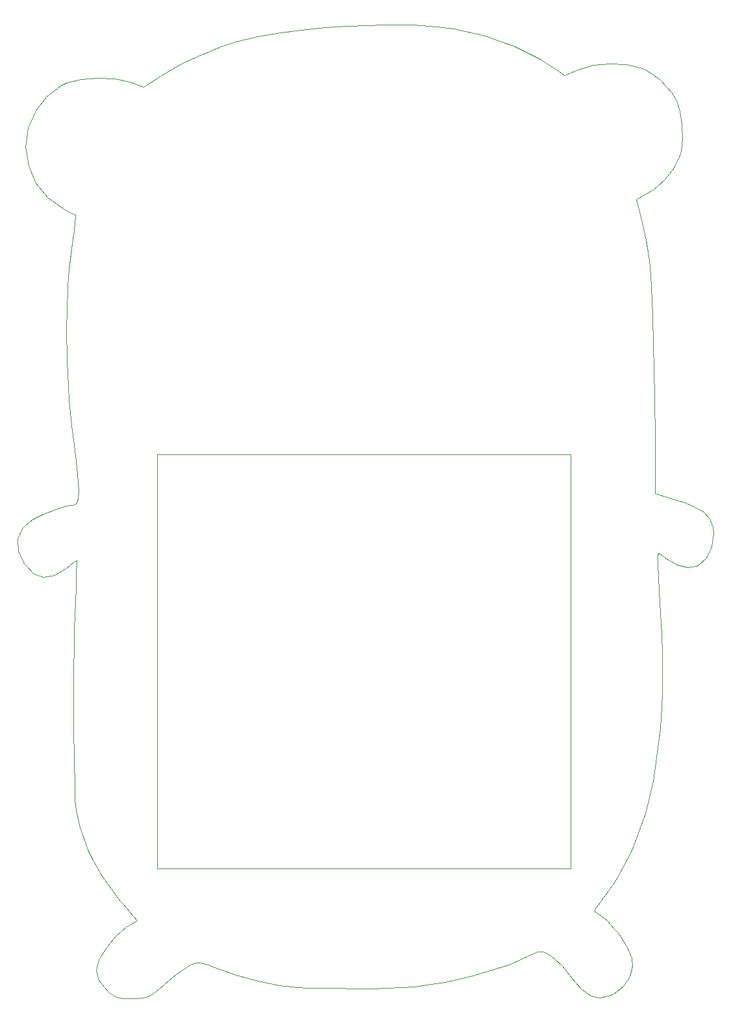
<source format=gbr>
G04 #@! TF.GenerationSoftware,KiCad,Pcbnew,(5.1.2)-1*
G04 #@! TF.CreationDate,2023-11-06T09:23:23+09:00*
G04 #@! TF.ProjectId,gopher_m5stack,676f7068-6572-45f6-9d35-737461636b2e,rev?*
G04 #@! TF.SameCoordinates,Original*
G04 #@! TF.FileFunction,Profile,NP*
%FSLAX46Y46*%
G04 Gerber Fmt 4.6, Leading zero omitted, Abs format (unit mm)*
G04 Created by KiCad (PCBNEW (5.1.2)-1) date 2023-11-06 09:23:23*
%MOMM*%
%LPD*%
G04 APERTURE LIST*
%ADD10C,0.050000*%
%ADD11C,0.120000*%
G04 APERTURE END LIST*
D10*
X154825700Y-75374500D02*
X154393900Y-75615800D01*
X155638500Y-74930000D02*
X154825700Y-75374500D01*
X156629100Y-74333100D02*
X155638500Y-74930000D01*
X157086300Y-73914000D02*
X156629100Y-74333100D01*
X158115000Y-72974200D02*
X157086300Y-73914000D01*
X159308800Y-71437500D02*
X158115000Y-72974200D01*
X160083500Y-69850000D02*
X159308800Y-71437500D01*
X160223200Y-69380100D02*
X160083500Y-69850000D01*
X160388300Y-67716400D02*
X160223200Y-69380100D01*
X160337500Y-65874900D02*
X160388300Y-67716400D01*
X160083500Y-64084200D02*
X160337500Y-65874900D01*
X159651700Y-62725300D02*
X160083500Y-64084200D01*
X159029400Y-61709300D02*
X159651700Y-62725300D01*
X157505400Y-60032900D02*
X159029400Y-61709300D01*
X155575000Y-58699400D02*
X157505400Y-60032900D01*
X154876500Y-58394600D02*
X155575000Y-58699400D01*
X153022300Y-57988200D02*
X154876500Y-58394600D01*
X150901400Y-57912000D02*
X153022300Y-57988200D01*
X148755100Y-58127900D02*
X150901400Y-57912000D01*
X147980400Y-58343800D02*
X148755100Y-58127900D01*
X146646900Y-58737500D02*
X147980400Y-58343800D01*
X144983200Y-59410600D02*
X146646900Y-58737500D01*
X144678400Y-59182000D02*
X144983200Y-59410600D01*
X143967200Y-58686700D02*
X144678400Y-59182000D01*
X143179800Y-58153300D02*
X143967200Y-58686700D01*
X141859000Y-57327800D02*
X143179800Y-58153300D01*
X138531600Y-55664100D02*
X141859000Y-57327800D01*
X136525000Y-54940200D02*
X138531600Y-55664100D01*
X134708900Y-54305200D02*
X136525000Y-54940200D01*
X130581400Y-53327300D02*
X134708900Y-54305200D01*
X128422400Y-53086000D02*
X130581400Y-53327300D01*
X126415800Y-52920900D02*
X128422400Y-53086000D01*
X125272800Y-52882800D02*
X126415800Y-52920900D01*
X123723400Y-52844700D02*
X125272800Y-52882800D01*
X121272300Y-52857400D02*
X123723400Y-52844700D01*
X119354600Y-52895500D02*
X121272300Y-52857400D01*
X116763800Y-53009800D02*
X119354600Y-52895500D01*
X113817400Y-53213000D02*
X116763800Y-53009800D01*
X110756700Y-53517800D02*
X113817400Y-53213000D01*
X107543600Y-53924200D02*
X110756700Y-53517800D01*
X105041700Y-54343300D02*
X107543600Y-53924200D01*
X102184200Y-55054500D02*
X105041700Y-54343300D01*
X100418900Y-55651400D02*
X102184200Y-55054500D01*
X97510600Y-56794400D02*
X100418900Y-55651400D01*
X95072200Y-57950100D02*
X97510600Y-56794400D01*
X92354400Y-59512200D02*
X95072200Y-57950100D01*
X90119200Y-60960000D02*
X92354400Y-59512200D01*
X88341200Y-60299600D02*
X90119200Y-60960000D01*
X86360000Y-59893200D02*
X88341200Y-60299600D01*
X84162900Y-59778900D02*
X86360000Y-59893200D01*
X82016600Y-59931300D02*
X84162900Y-59778900D01*
X80187800Y-60401200D02*
X82016600Y-59931300D01*
X79324200Y-60820300D02*
X80187800Y-60401200D01*
X77482700Y-62217300D02*
X79324200Y-60820300D01*
X76098400Y-64033400D02*
X77482700Y-62217300D01*
X75107800Y-66319400D02*
X76098400Y-64033400D01*
X74777600Y-68732400D02*
X75107800Y-66319400D01*
X75133200Y-71196200D02*
X74777600Y-68732400D01*
X76123800Y-73469500D02*
X75133200Y-71196200D01*
X77622400Y-75361800D02*
X76123800Y-73469500D01*
X78790800Y-76212700D02*
X77622400Y-75361800D01*
X79641700Y-76822300D02*
X78790800Y-76212700D01*
X80518000Y-77279500D02*
X79641700Y-76822300D01*
X81254600Y-77685900D02*
X80518000Y-77279500D01*
X81254600Y-78028800D02*
X81254600Y-77685900D01*
X81178400Y-78600300D02*
X81254600Y-78028800D01*
X81064100Y-79641700D02*
X81178400Y-78600300D01*
X80822800Y-81407000D02*
X81064100Y-79641700D01*
X80454500Y-84785200D02*
X80822800Y-81407000D01*
X80264000Y-86918800D02*
X80454500Y-84785200D01*
X80149700Y-90004900D02*
X80264000Y-86918800D01*
X80111600Y-92456000D02*
X80149700Y-90004900D01*
X80149700Y-96634300D02*
X80111600Y-92456000D01*
X80416400Y-101688900D02*
X80149700Y-96634300D01*
X80784700Y-105156000D02*
X80416400Y-101688900D01*
X81064100Y-107581700D02*
X80784700Y-105156000D01*
X81330800Y-109766100D02*
X81064100Y-107581700D01*
X81521300Y-111544100D02*
X81330800Y-109766100D01*
X81597500Y-112547400D02*
X81521300Y-111544100D01*
X81661000Y-113626900D02*
X81597500Y-112547400D01*
X81635600Y-114528600D02*
X81661000Y-113626900D01*
X81495900Y-115087400D02*
X81635600Y-114528600D01*
X81241900Y-115379500D02*
X81495900Y-115087400D01*
X80873600Y-115481100D02*
X81241900Y-115379500D01*
X80086200Y-115620800D02*
X80873600Y-115481100D01*
X78524100Y-116103400D02*
X80086200Y-115620800D01*
X77038200Y-116700300D02*
X78524100Y-116103400D01*
X75679300Y-117386100D02*
X77038200Y-116700300D01*
X74714100Y-118084600D02*
X75679300Y-117386100D01*
X74320400Y-118541800D02*
X74714100Y-118084600D01*
X73736200Y-119926100D02*
X74320400Y-118541800D01*
X73837800Y-121500900D02*
X73736200Y-119926100D01*
X74599800Y-123151900D02*
X73837800Y-121500900D01*
X74701400Y-123304300D02*
X74599800Y-123151900D01*
X75831700Y-124460000D02*
X74701400Y-123304300D01*
X77076300Y-124891800D02*
X75831700Y-124460000D01*
X78536800Y-124612400D02*
X77076300Y-124891800D01*
X80035400Y-123685300D02*
X78536800Y-124612400D01*
X81013300Y-122961400D02*
X80035400Y-123685300D01*
X81394300Y-122732800D02*
X81013300Y-122961400D01*
X81381600Y-124701300D02*
X81394300Y-122732800D01*
X81330800Y-126301500D02*
X81381600Y-124701300D01*
X81127600Y-131660900D02*
X81330800Y-126301500D01*
X81026000Y-139344400D02*
X81127600Y-131660900D01*
X81026000Y-144716500D02*
X81026000Y-139344400D01*
X81153000Y-152450800D02*
X81026000Y-144716500D01*
X81216500Y-153873200D02*
X81153000Y-152450800D01*
X81330800Y-155168600D02*
X81216500Y-153873200D01*
X81737200Y-157276800D02*
X81330800Y-155168600D01*
X82892900Y-160477200D02*
X81737200Y-157276800D01*
X83502500Y-161620200D02*
X82892900Y-160477200D01*
X84632800Y-163728400D02*
X83502500Y-161620200D01*
X85928200Y-165506400D02*
X84632800Y-163728400D01*
X87122000Y-167106600D02*
X85928200Y-165506400D01*
X87426800Y-167487600D02*
X87122000Y-167106600D01*
X88760300Y-169087800D02*
X87426800Y-167487600D01*
X89293700Y-169722800D02*
X88760300Y-169087800D01*
X88315800Y-170256200D02*
X89293700Y-169722800D01*
X87871300Y-170535600D02*
X88315800Y-170256200D01*
X86588600Y-171640500D02*
X87871300Y-170535600D01*
X85369400Y-173050200D02*
X86588600Y-171640500D01*
X84467700Y-174485300D02*
X85369400Y-173050200D01*
X84328000Y-174739300D02*
X84467700Y-174485300D01*
X83997800Y-176174400D02*
X84328000Y-174739300D01*
X84340700Y-177482500D02*
X83997800Y-176174400D01*
X85369400Y-178790600D02*
X84340700Y-177482500D01*
X85686900Y-179082700D02*
X85369400Y-178790600D01*
X86448900Y-179590700D02*
X85686900Y-179082700D01*
X87350600Y-179819300D02*
X86448900Y-179590700D01*
X88290400Y-179857400D02*
X87350600Y-179819300D01*
X89128600Y-179857400D02*
X88290400Y-179857400D01*
X90131900Y-179781200D02*
X89128600Y-179857400D01*
X90893900Y-179527200D02*
X90131900Y-179781200D01*
X91643200Y-178993800D02*
X90893900Y-179527200D01*
X92163900Y-178562000D02*
X91643200Y-178993800D01*
X93472000Y-177444400D02*
X92163900Y-178562000D01*
X94348300Y-176720500D02*
X93472000Y-177444400D01*
X94957900Y-176276000D02*
X94348300Y-176720500D01*
X95745300Y-175780700D02*
X94957900Y-176276000D01*
X96278700Y-175463200D02*
X95745300Y-175780700D01*
X96977200Y-175209200D02*
X96278700Y-175463200D01*
X97574100Y-175171100D02*
X96977200Y-175209200D01*
X98526600Y-175450500D02*
X97574100Y-175171100D01*
X99834700Y-175971200D02*
X98526600Y-175450500D01*
X102285800Y-176784000D02*
X99834700Y-175971200D01*
X104711500Y-177444400D02*
X102285800Y-176784000D01*
X106210100Y-177812700D02*
X104711500Y-177444400D01*
X107873800Y-178142900D02*
X106210100Y-177812700D01*
X109448600Y-178346100D02*
X107873800Y-178142900D01*
X111493300Y-178485800D02*
X109448600Y-178346100D01*
X115049300Y-178523900D02*
X111493300Y-178485800D01*
X118059200Y-178536600D02*
X115049300Y-178523900D01*
X120154700Y-178536600D02*
X118059200Y-178536600D01*
X123698000Y-178422300D02*
X120154700Y-178536600D01*
X125450600Y-178295300D02*
X123698000Y-178422300D01*
X127673100Y-178015900D02*
X125450600Y-178295300D01*
X129413000Y-177723800D02*
X127673100Y-178015900D01*
X131000500Y-177393600D02*
X129413000Y-177723800D01*
X133083300Y-176872900D02*
X131000500Y-177393600D01*
X136144000Y-175983900D02*
X133083300Y-176872900D01*
X137820400Y-175412400D02*
X136144000Y-175983900D01*
X138569700Y-175094900D02*
X137820400Y-175412400D01*
X140055600Y-174434500D02*
X138569700Y-175094900D01*
X140741400Y-174117000D02*
X140055600Y-174434500D01*
X141566900Y-173748700D02*
X140741400Y-174117000D01*
X142240000Y-173723300D02*
X141566900Y-173748700D01*
X143014700Y-174053500D02*
X142240000Y-173723300D01*
X143776700Y-174663100D02*
X143014700Y-174053500D01*
X144729200Y-175641000D02*
X143776700Y-174663100D01*
X145681700Y-176796700D02*
X144729200Y-175641000D01*
X146392900Y-177622200D02*
X145681700Y-176796700D01*
X147307300Y-178638200D02*
X146392900Y-177622200D01*
X148463000Y-179463700D02*
X147307300Y-178638200D01*
X149580600Y-179730400D02*
X148463000Y-179463700D01*
X150787100Y-179489100D02*
X149580600Y-179730400D01*
X151472900Y-179209700D02*
X150787100Y-179489100D01*
X152742900Y-178219100D02*
X151472900Y-179209700D01*
X153606500Y-176974500D02*
X152742900Y-178219100D01*
X153924000Y-175590200D02*
X153606500Y-176974500D01*
X153784300Y-174625000D02*
X153924000Y-175590200D01*
X153136600Y-172986700D02*
X153784300Y-174625000D01*
X153098500Y-172935900D02*
X153136600Y-172986700D01*
X152031700Y-171297600D02*
X153098500Y-172935900D01*
X151574500Y-170776900D02*
X152031700Y-171297600D01*
X150571200Y-169697400D02*
X151574500Y-170776900D01*
X149821900Y-169113200D02*
X150571200Y-169697400D01*
X148907500Y-168389300D02*
X149821900Y-169113200D01*
X149148800Y-167970200D02*
X148907500Y-168389300D01*
X150317200Y-166420800D02*
X149148800Y-167970200D01*
X151815800Y-164376100D02*
X150317200Y-166420800D01*
X153860500Y-160502600D02*
X151815800Y-164376100D01*
X155575000Y-155702000D02*
X153860500Y-160502600D01*
X156629100Y-151472900D02*
X155575000Y-155702000D01*
X157543500Y-144640300D02*
X156629100Y-151472900D01*
X157734000Y-141757400D02*
X157543500Y-144640300D01*
X157810200Y-140208000D02*
X157734000Y-141757400D01*
X157772100Y-134747000D02*
X157810200Y-140208000D01*
X157683200Y-132410200D02*
X157772100Y-134747000D01*
X157543500Y-129489200D02*
X157683200Y-132410200D01*
X157416500Y-126860300D02*
X157543500Y-129489200D01*
X157289500Y-124688600D02*
X157416500Y-126860300D01*
X157200600Y-123088400D02*
X157289500Y-124688600D01*
X157200600Y-122123200D02*
X157200600Y-123088400D01*
X157289500Y-121793000D02*
X157200600Y-122123200D01*
X157467300Y-121805700D02*
X157289500Y-121793000D01*
X158369000Y-122529600D02*
X157467300Y-121805700D01*
X159753300Y-123266200D02*
X158369000Y-122529600D01*
X161099500Y-123609100D02*
X159753300Y-123266200D01*
X162204400Y-123482100D02*
X161099500Y-123609100D01*
X162534600Y-123317000D02*
X162204400Y-123482100D01*
X163537900Y-122326400D02*
X162534600Y-123317000D01*
X164211000Y-120904000D02*
X163537900Y-122326400D01*
X164465000Y-119151400D02*
X164211000Y-120904000D01*
X164388800Y-118389400D02*
X164465000Y-119151400D01*
X163969700Y-117297200D02*
X164388800Y-118389400D01*
X163131500Y-116382800D02*
X163969700Y-117297200D01*
X161683700Y-115557300D02*
X163131500Y-116382800D01*
X160642300Y-115176300D02*
X161683700Y-115557300D01*
X158737300Y-114528600D02*
X160642300Y-115176300D01*
X156908500Y-113957100D02*
X158737300Y-114528600D01*
X156883100Y-112407700D02*
X156908500Y-113957100D01*
X156845000Y-107035600D02*
X156883100Y-112407700D01*
X156768800Y-101396800D02*
X156845000Y-107035600D01*
X156641800Y-94513400D02*
X156768800Y-101396800D01*
X156565600Y-90843100D02*
X156641800Y-94513400D01*
X156375100Y-86969600D02*
X156565600Y-90843100D01*
X156159200Y-84251800D02*
X156375100Y-86969600D01*
X155917900Y-82473800D02*
X156159200Y-84251800D01*
X155663900Y-80949800D02*
X155917900Y-82473800D01*
X154978100Y-77889100D02*
X155663900Y-80949800D01*
X154393900Y-75615800D02*
X154978100Y-77889100D01*
D11*
X145900000Y-108900000D02*
X145900000Y-135900000D01*
X91900000Y-108900000D02*
X145900000Y-108900000D01*
X91900000Y-162900000D02*
X91900000Y-108900000D01*
X145900000Y-162900000D02*
X91900000Y-162900000D01*
X145900000Y-135900000D02*
X145900000Y-162900000D01*
M02*

</source>
